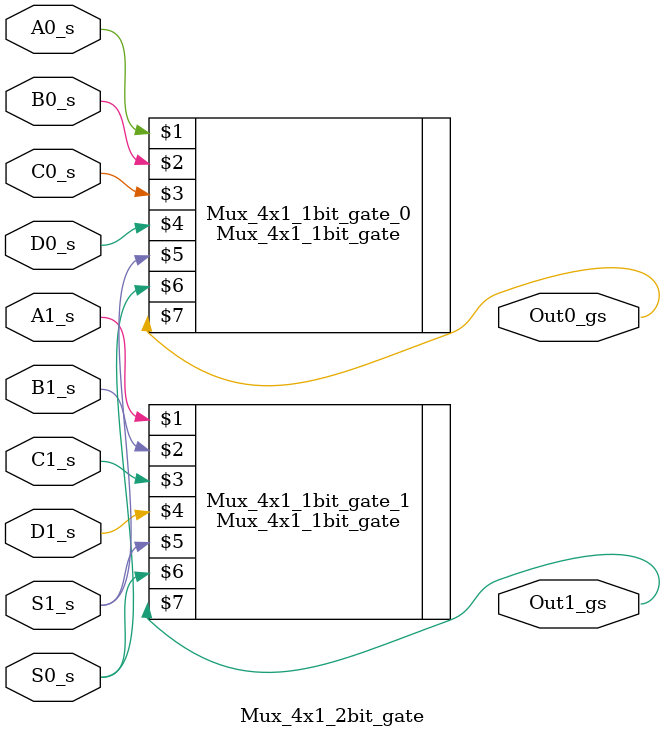
<source format=v>
`timescale 1 ns/1 ns

module Mux_4x1_2bit_gate (A1_s, A0_s, B1_s, B0_s, C1_s, C0_s, 
	                           D1_s, D0_s, S1_s, S0_s, Out1_gs, Out0_gs);

	input A1_s, A0_s;
	input B1_s, B0_s;
	input C1_s, C0_s;
	input D1_s, D0_s;
	input S1_s, S0_s;
	output Out1_gs, Out0_gs;
	
	Mux_4x1_1bit_gate Mux_4x1_1bit_gate_1 (A1_s, B1_s, C1_s, D1_s, S1_s, S0_s, Out1_gs);
	Mux_4x1_1bit_gate Mux_4x1_1bit_gate_0 (A0_s, B0_s, C0_s, D0_s, S1_s, S0_s, Out0_gs);
	
endmodule

</source>
